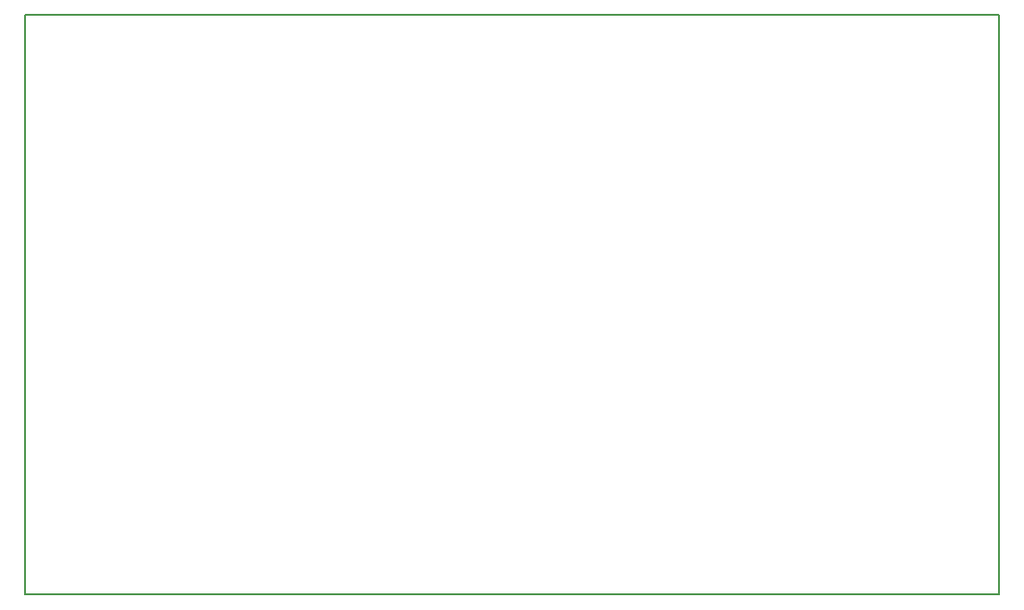
<source format=gbr>
G04 #@! TF.FileFunction,Profile,NP*
%FSLAX46Y46*%
G04 Gerber Fmt 4.6, Leading zero omitted, Abs format (unit mm)*
G04 Created by KiCad (PCBNEW 4.0.7-e1-6374~58~ubuntu14.04.1) date Fri Aug 18 12:15:01 2017*
%MOMM*%
%LPD*%
G01*
G04 APERTURE LIST*
%ADD10C,0.100000*%
%ADD11C,0.150000*%
G04 APERTURE END LIST*
D10*
D11*
X128000000Y-86000000D02*
X123000000Y-86000000D01*
X128000000Y-33000000D02*
X128000000Y-86000000D01*
X123000000Y-33000000D02*
X128000000Y-33000000D01*
X123000000Y-33000000D02*
X39000000Y-33000000D01*
X39000000Y-86000000D02*
X123000000Y-86000000D01*
X39000000Y-33000000D02*
X39000000Y-86000000D01*
M02*

</source>
